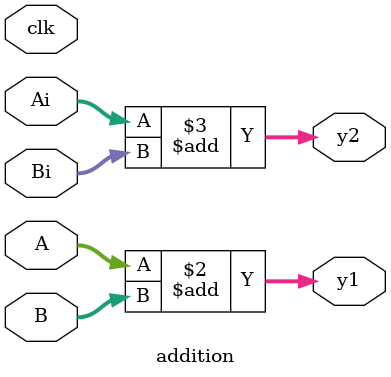
<source format=v>
module addition(clk, A, B, Ai, Bi, y1, y2);
  input [15:0] A, B, Ai, Bi;
  input clk;
  output reg [16:0] y1, y2;
  
  always @(clk)
    begin
      y1 <= A + B;
	  y2 <= Ai + Bi;
    end
endmodule
</source>
